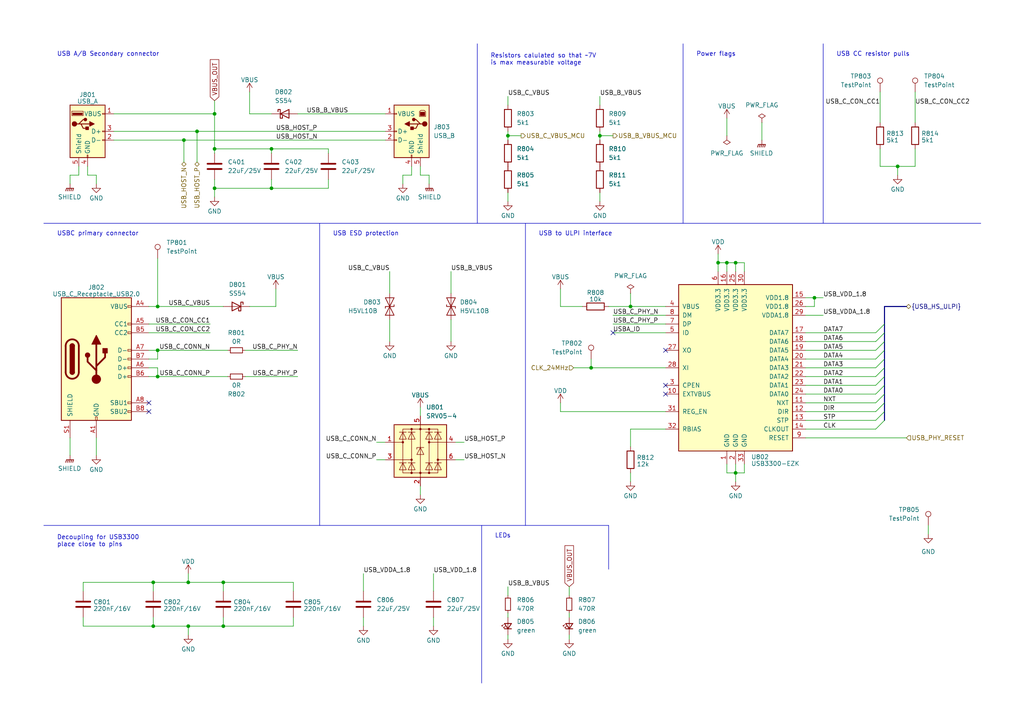
<source format=kicad_sch>
(kicad_sch (version 20230121) (generator eeschema)
  (paper "A4")
  (lib_symbols
    (symbol "Connector:TestPoint" (pin_numbers hide) (pin_names (offset 0.762) hide)
      (property "Reference" "TP" (at 0 6.858 0))
      (property "Value" "TestPoint" (at 0 5.08 0))
      (symbol "TestPoint_0_1"
        (circle (center 0 3.302) (radius 0.762))
      )
      (symbol "TestPoint_1_1"
        (pin passive line (at 0 0 90) (length 2.54) (name "1") (number "1"))
      )
    )
    (symbol "Connector:USB_A" (pin_names (offset 1.016))
      (property "Reference" "J" (at -5.08 11.43 0))
      (property "Value" "USB_A" (at -5.08 8.89 0))
      (symbol "USB_A_0_1"
        (rectangle (start -5.08 -7.62) (end 5.08 7.62) (stroke (width 0.254)) (fill (type background)))
        (circle (center -3.81 2.159) (radius 0.635) (stroke (width 0.254)) (fill (type outline)))
        (rectangle (start -1.524 4.826) (end -4.318 5.334) (fill (type outline)))
        (rectangle (start -1.27 4.572) (end -4.572 5.842))
        (circle (center -0.635 3.429) (radius 0.381) (stroke (width 0.254)) (fill (type outline)))
        (rectangle (start -0.127 -7.62) (end 0.127 -6.858))
        (polyline (pts (xy -3.175 2.159) (xy -2.54 2.159) (xy -1.27 3.429) (xy -0.635 3.429)) (stroke (width 0.254)))
        (polyline (pts (xy -2.54 2.159) (xy -1.905 2.159) (xy -1.27 0.889) (xy 0 0.889)) (stroke (width 0.254)))
        (polyline (pts (xy 0.635 2.794) (xy 0.635 1.524) (xy 1.905 2.159) (xy 0.635 2.794)) (stroke (width 0.254)) (fill (type outline)))
        (rectangle (start 0.254 1.27) (end -0.508 0.508) (stroke (width 0.254)) (fill (type outline)))
        (rectangle (start 5.08 -2.667) (end 4.318 -2.413))
        (rectangle (start 5.08 -0.127) (end 4.318 0.127))
        (rectangle (start 5.08 4.953) (end 4.318 5.207))
      )
      (symbol "USB_A_1_1"
        (polyline (pts (xy -1.905 2.159) (xy 0.635 2.159)) (stroke (width 0.254)))
        (pin power_in line (at 7.62 5.08 180) (length 2.54) (name "VBUS") (number "1"))
        (pin bidirectional line (at 7.62 -2.54 180) (length 2.54) (name "D-") (number "2"))
        (pin bidirectional line (at 7.62 0 180) (length 2.54) (name "D+") (number "3"))
        (pin power_in line (at 0 -10.16 90) (length 2.54) (name "GND") (number "4"))
        (pin passive line (at -2.54 -10.16 90) (length 2.54) (name "Shield") (number "5"))
      )
    )
    (symbol "Connector:USB_B" (pin_names (offset 1.016))
      (property "Reference" "J" (at -5.08 11.43 0))
      (property "Value" "USB_B" (at -5.08 8.89 0))
      (symbol "USB_B_0_1"
        (rectangle (start -5.08 -7.62) (end 5.08 7.62) (stroke (width 0.254)) (fill (type background)))
        (circle (center -3.81 2.159) (radius 0.635) (stroke (width 0.254)) (fill (type outline)))
        (rectangle (start -3.81 5.588) (end -2.54 4.572) (fill (type outline)))
        (circle (center -0.635 3.429) (radius 0.381) (stroke (width 0.254)) (fill (type outline)))
        (rectangle (start -0.127 -7.62) (end 0.127 -6.858))
        (polyline (pts (xy -1.905 2.159) (xy 0.635 2.159)) (stroke (width 0.254)))
        (polyline (pts (xy -3.175 2.159) (xy -2.54 2.159) (xy -1.27 3.429) (xy -0.635 3.429)) (stroke (width 0.254)))
        (polyline (pts (xy -2.54 2.159) (xy -1.905 2.159) (xy -1.27 0.889) (xy 0 0.889)) (stroke (width 0.254)))
        (polyline (pts (xy 0.635 2.794) (xy 0.635 1.524) (xy 1.905 2.159) (xy 0.635 2.794)) (stroke (width 0.254)) (fill (type outline)))
        (polyline (pts (xy -4.064 4.318) (xy -2.286 4.318) (xy -2.286 5.715) (xy -2.667 6.096) (xy -3.683 6.096) (xy -4.064 5.715) (xy -4.064 4.318)))
        (rectangle (start 0.254 1.27) (end -0.508 0.508) (stroke (width 0.254)) (fill (type outline)))
        (rectangle (start 5.08 -2.667) (end 4.318 -2.413))
        (rectangle (start 5.08 -0.127) (end 4.318 0.127))
        (rectangle (start 5.08 4.953) (end 4.318 5.207))
      )
      (symbol "USB_B_1_1"
        (pin power_out line (at 7.62 5.08 180) (length 2.54) (name "VBUS") (number "1"))
        (pin bidirectional line (at 7.62 -2.54 180) (length 2.54) (name "D-") (number "2"))
        (pin bidirectional line (at 7.62 0 180) (length 2.54) (name "D+") (number "3"))
        (pin power_out line (at 0 -10.16 90) (length 2.54) (name "GND") (number "4"))
        (pin passive line (at -2.54 -10.16 90) (length 2.54) (name "Shield") (number "5"))
      )
    )
    (symbol "Connector:USB_C_Receptacle_USB2.0_16P" (pin_names (offset 1.016))
      (property "Reference" "J" (at 0 22.225 0))
      (property "Value" "USB_C_Receptacle_USB2.0_16P" (at 0 19.685 0))
      (symbol "USB_C_Receptacle_USB2.0_16P_0_0"
        (rectangle (start -0.254 -17.78) (end 0.254 -16.764))
        (rectangle (start 10.16 -14.986) (end 9.144 -15.494))
        (rectangle (start 10.16 -12.446) (end 9.144 -12.954))
        (rectangle (start 10.16 -4.826) (end 9.144 -5.334))
        (rectangle (start 10.16 -2.286) (end 9.144 -2.794))
        (rectangle (start 10.16 0.254) (end 9.144 -0.254))
        (rectangle (start 10.16 2.794) (end 9.144 2.286))
        (rectangle (start 10.16 7.874) (end 9.144 7.366))
        (rectangle (start 10.16 10.414) (end 9.144 9.906))
        (rectangle (start 10.16 15.494) (end 9.144 14.986))
      )
      (symbol "USB_C_Receptacle_USB2.0_16P_0_1"
        (rectangle (start -10.16 17.78) (end 10.16 -17.78) (stroke (width 0.254)) (fill (type background)))
        (arc (start -8.89 -3.81) (mid -6.985 -5.7067) (end -5.08 -3.81) (stroke (width 0.508)))
        (arc (start -7.62 -3.81) (mid -6.985 -4.4423) (end -6.35 -3.81) (stroke (width 0.254)))
        (arc (start -7.62 -3.81) (mid -6.985 -4.4423) (end -6.35 -3.81) (stroke (width 0.254)) (fill (type outline)))
        (rectangle (start -7.62 -3.81) (end -6.35 3.81) (stroke (width 0.254)) (fill (type outline)))
        (arc (start -6.35 3.81) (mid -6.985 4.4423) (end -7.62 3.81) (stroke (width 0.254)))
        (arc (start -6.35 3.81) (mid -6.985 4.4423) (end -7.62 3.81) (stroke (width 0.254)) (fill (type outline)))
        (arc (start -5.08 3.81) (mid -6.985 5.7067) (end -8.89 3.81) (stroke (width 0.508)))
        (circle (center -2.54 1.143) (radius 0.635) (stroke (width 0.254)) (fill (type outline)))
        (circle (center 0 -5.842) (radius 1.27) (fill (type outline)))
        (polyline (pts (xy -8.89 -3.81) (xy -8.89 3.81)) (stroke (width 0.508)))
        (polyline (pts (xy -5.08 3.81) (xy -5.08 -3.81)) (stroke (width 0.508)))
        (polyline (pts (xy 0 -5.842) (xy 0 4.318)) (stroke (width 0.508)))
        (polyline (pts (xy 0 -3.302) (xy -2.54 -0.762) (xy -2.54 0.508)) (stroke (width 0.508)))
        (polyline (pts (xy 0 -2.032) (xy 2.54 0.508) (xy 2.54 1.778)) (stroke (width 0.508)))
        (polyline (pts (xy -1.27 4.318) (xy 0 6.858) (xy 1.27 4.318) (xy -1.27 4.318)) (stroke (width 0.254)) (fill (type outline)))
        (rectangle (start 1.905 1.778) (end 3.175 3.048) (stroke (width 0.254)) (fill (type outline)))
      )
      (symbol "USB_C_Receptacle_USB2.0_16P_1_1"
        (pin passive line (at 0 -22.86 90) (length 5.08) (name "GND") (number "A1"))
        (pin passive line (at 0 -22.86 90) (length 5.08) hide (name "GND") (number "A12"))
        (pin passive line (at 15.24 15.24 180) (length 5.08) (name "VBUS") (number "A4"))
        (pin bidirectional line (at 15.24 10.16 180) (length 5.08) (name "CC1") (number "A5"))
        (pin bidirectional line (at 15.24 -2.54 180) (length 5.08) (name "D+") (number "A6"))
        (pin bidirectional line (at 15.24 2.54 180) (length 5.08) (name "D-") (number "A7"))
        (pin bidirectional line (at 15.24 -12.7 180) (length 5.08) (name "SBU1") (number "A8"))
        (pin passive line (at 15.24 15.24 180) (length 5.08) hide (name "VBUS") (number "A9"))
        (pin passive line (at 0 -22.86 90) (length 5.08) hide (name "GND") (number "B1"))
        (pin passive line (at 0 -22.86 90) (length 5.08) hide (name "GND") (number "B12"))
        (pin passive line (at 15.24 15.24 180) (length 5.08) hide (name "VBUS") (number "B4"))
        (pin bidirectional line (at 15.24 7.62 180) (length 5.08) (name "CC2") (number "B5"))
        (pin bidirectional line (at 15.24 -5.08 180) (length 5.08) (name "D+") (number "B6"))
        (pin bidirectional line (at 15.24 0 180) (length 5.08) (name "D-") (number "B7"))
        (pin bidirectional line (at 15.24 -15.24 180) (length 5.08) (name "SBU2") (number "B8"))
        (pin passive line (at 15.24 15.24 180) (length 5.08) hide (name "VBUS") (number "B9"))
        (pin passive line (at -7.62 -22.86 90) (length 5.08) (name "SHIELD") (number "S1"))
      )
    )
    (symbol "Device:C" (pin_numbers hide) (pin_names (offset 0.254))
      (property "Reference" "C" (at 0.635 2.54 0))
      (property "Value" "C" (at 0.635 -2.54 0))
      (symbol "C_0_1"
        (polyline (pts (xy -2.032 -0.762) (xy 2.032 -0.762)) (stroke (width 0.508)))
        (polyline (pts (xy -2.032 0.762) (xy 2.032 0.762)) (stroke (width 0.508)))
      )
      (symbol "C_1_1"
        (pin passive line (at 0 3.81 270) (length 2.794) (name "~") (number "1"))
        (pin passive line (at 0 -3.81 90) (length 2.794) (name "~") (number "2"))
      )
    )
    (symbol "Device:D_Schottky" (pin_numbers hide) (pin_names (offset 1.016) hide)
      (property "Reference" "D" (at 0 2.54 0))
      (property "Value" "D_Schottky" (at 0 -2.54 0))
      (symbol "D_Schottky_0_1"
        (polyline (pts (xy 1.27 0) (xy -1.27 0)))
        (polyline (pts (xy 1.27 1.27) (xy 1.27 -1.27) (xy -1.27 0) (xy 1.27 1.27)) (stroke (width 0.254)))
        (polyline (pts (xy -1.905 0.635) (xy -1.905 1.27) (xy -1.27 1.27) (xy -1.27 -1.27) (xy -0.635 -1.27) (xy -0.635 -0.635)) (stroke (width 0.254)))
      )
      (symbol "D_Schottky_1_1"
        (pin passive line (at -3.81 0 0) (length 2.54) (name "K") (number "1"))
        (pin passive line (at 3.81 0 180) (length 2.54) (name "A") (number "2"))
      )
    )
    (symbol "Device:LED_Small" (pin_numbers hide) (pin_names (offset 0.254) hide)
      (property "Reference" "D" (at -1.27 3.175 0))
      (property "Value" "LED_Small" (at -4.445 -2.54 0))
      (symbol "LED_Small_0_1"
        (polyline (pts (xy -0.762 -1.016) (xy -0.762 1.016)) (stroke (width 0.254)))
        (polyline (pts (xy 1.016 0) (xy -0.762 0)))
        (polyline (pts (xy 0.762 -1.016) (xy -0.762 0) (xy 0.762 1.016) (xy 0.762 -1.016)) (stroke (width 0.254)))
        (polyline (pts (xy 0 0.762) (xy -0.508 1.27) (xy -0.254 1.27) (xy -0.508 1.27) (xy -0.508 1.016)))
        (polyline (pts (xy 0.508 1.27) (xy 0 1.778) (xy 0.254 1.778) (xy 0 1.778) (xy 0 1.524)))
      )
      (symbol "LED_Small_1_1"
        (pin passive line (at -2.54 0 0) (length 1.778) (name "K") (number "1"))
        (pin passive line (at 2.54 0 180) (length 1.778) (name "A") (number "2"))
      )
    )
    (symbol "Device:R" (pin_numbers hide) (pin_names (offset 0))
      (property "Reference" "R" (at 2.032 0 90))
      (property "Value" "R" (at 0 0 90))
      (symbol "R_0_1"
        (rectangle (start -1.016 -2.54) (end 1.016 2.54) (stroke (width 0.254)))
      )
      (symbol "R_1_1"
        (pin passive line (at 0 3.81 270) (length 1.27) (name "~") (number "1"))
        (pin passive line (at 0 -3.81 90) (length 1.27) (name "~") (number "2"))
      )
    )
    (symbol "Device:R_Small" (pin_numbers hide) (pin_names (offset 0.254) hide)
      (property "Reference" "R" (at 0.762 0.508 0))
      (property "Value" "R_Small" (at 0.762 -1.016 0))
      (symbol "R_Small_0_1"
        (rectangle (start -0.762 1.778) (end 0.762 -1.778) (stroke (width 0.2032)))
      )
      (symbol "R_Small_1_1"
        (pin passive line (at 0 2.54 270) (length 0.762) (name "~") (number "1"))
        (pin passive line (at 0 -2.54 90) (length 0.762) (name "~") (number "2"))
      )
    )
    (symbol "Diode:ESD9B5.0ST5G" (pin_numbers hide) (pin_names (offset 1.016) hide)
      (property "Reference" "D" (at 0 2.54 0))
      (property "Value" "ESD9B5.0ST5G" (at 0 -2.54 0))
      (symbol "ESD9B5.0ST5G_0_1"
        (polyline (pts (xy 1.27 0) (xy -1.27 0)))
        (polyline (pts (xy -2.54 -1.27) (xy 0 0) (xy -2.54 1.27) (xy -2.54 -1.27)) (stroke (width 0.2032)))
        (polyline (pts (xy 0.508 1.27) (xy 0 1.27) (xy 0 -1.27) (xy -0.508 -1.27)) (stroke (width 0.2032)))
        (polyline (pts (xy 2.54 1.27) (xy 2.54 -1.27) (xy 0 0) (xy 2.54 1.27)) (stroke (width 0.2032)))
      )
      (symbol "ESD9B5.0ST5G_1_1"
        (pin passive line (at -3.81 0 0) (length 2.54) (name "A1") (number "1"))
        (pin passive line (at 3.81 0 180) (length 2.54) (name "A2") (number "2"))
      )
    )
    (symbol "Interface_USB:USB3300-EZK" (pin_names (offset 1.016))
      (property "Reference" "U" (at 0 1.27 0))
      (property "Value" "USB3300-EZK" (at 0 -1.27 0))
      (symbol "USB3300-EZK_0_1"
        (rectangle (start 16.51 -24.13) (end -16.51 24.13) (stroke (width 0.254)) (fill (type background)))
      )
      (symbol "USB3300-EZK_1_1"
        (pin power_in line (at -2.54 -27.94 90) (length 3.81) (name "GND") (number "1"))
        (pin input line (at -20.32 -7.62 0) (length 3.81) (name "EXTVBUS") (number "10"))
        (pin output line (at 20.32 -10.16 180) (length 3.81) (name "NXT") (number "11"))
        (pin output line (at 20.32 -12.7 180) (length 3.81) (name "DIR") (number "12"))
        (pin input line (at 20.32 -15.24 180) (length 3.81) (name "STP") (number "13"))
        (pin output line (at 20.32 -17.78 180) (length 3.81) (name "CLKOUT") (number "14"))
        (pin power_out line (at 20.32 20.32 180) (length 3.81) (name "VDD1.8") (number "15"))
        (pin power_in line (at -2.54 27.94 270) (length 3.81) (name "VDD3.3") (number "16"))
        (pin bidirectional line (at 20.32 10.16 180) (length 3.81) (name "DATA7") (number "17"))
        (pin bidirectional line (at 20.32 7.62 180) (length 3.81) (name "DATA6") (number "18"))
        (pin bidirectional line (at 20.32 5.08 180) (length 3.81) (name "DATA5") (number "19"))
        (pin power_in line (at 0 -27.94 90) (length 3.81) (name "GND") (number "2"))
        (pin bidirectional line (at 20.32 2.54 180) (length 3.81) (name "DATA4") (number "20"))
        (pin bidirectional line (at 20.32 0 180) (length 3.81) (name "DATA3") (number "21"))
        (pin bidirectional line (at 20.32 -2.54 180) (length 3.81) (name "DATA2") (number "22"))
        (pin bidirectional line (at 20.32 -5.08 180) (length 3.81) (name "DATA1") (number "23"))
        (pin bidirectional line (at 20.32 -7.62 180) (length 3.81) (name "DATA0") (number "24"))
        (pin power_in line (at 0 27.94 270) (length 3.81) (name "VDD3.3") (number "25"))
        (pin power_out line (at 20.32 17.78 180) (length 3.81) (name "VDD1.8") (number "26"))
        (pin output line (at -20.32 5.08 0) (length 3.81) (name "XO") (number "27"))
        (pin input line (at -20.32 0 0) (length 3.81) (name "XI") (number "28"))
        (pin power_out line (at 20.32 15.24 180) (length 3.81) (name "VDDA1.8") (number "29"))
        (pin output line (at -20.32 -5.08 0) (length 3.81) (name "CPEN") (number "3"))
        (pin power_in line (at 2.54 27.94 270) (length 3.81) (name "VDD3.3") (number "30"))
        (pin bidirectional line (at -20.32 -12.7 0) (length 3.81) (name "REG_EN") (number "31"))
        (pin passive line (at -20.32 -17.78 0) (length 3.81) (name "RBIAS") (number "32"))
        (pin power_in line (at 2.54 -27.94 90) (length 3.81) (name "GND") (number "33"))
        (pin power_in line (at -20.32 17.78 0) (length 3.81) (name "VBUS") (number "4"))
        (pin input line (at -20.32 10.16 0) (length 3.81) (name "ID") (number "5"))
        (pin power_in line (at -5.08 27.94 270) (length 3.81) (name "VDD3.3") (number "6"))
        (pin bidirectional line (at -20.32 12.7 0) (length 3.81) (name "DP") (number "7"))
        (pin bidirectional line (at -20.32 15.24 0) (length 3.81) (name "DM") (number "8"))
        (pin input line (at 20.32 -20.32 180) (length 3.81) (name "RESET") (number "9"))
      )
    )
    (symbol "Power_Protection:USBLC6-4SC6" (pin_names hide)
      (property "Reference" "U" (at 2.54 8.89 0))
      (property "Value" "USBLC6-4SC6" (at 2.54 -8.89 0))
      (symbol "USBLC6-4SC6_0_1"
        (rectangle (start -7.62 -7.62) (end 7.62 7.62) (stroke (width 0.254)) (fill (type background)))
        (circle (center -5.08 2.54) (radius 0.254) (fill (type outline)))
        (circle (center -2.54 -6.35) (radius 0.254) (fill (type outline)))
        (circle (center -2.54 -2.54) (radius 0.254) (fill (type outline)))
        (circle (center -2.54 6.35) (radius 0.254) (fill (type outline)))
        (rectangle (start -2.54 6.35) (end 2.54 -6.35))
        (circle (center 0 -6.35) (radius 0.254) (fill (type outline)))
        (polyline (pts (xy -5.08 2.54) (xy -7.62 2.54)))
        (polyline (pts (xy -4.064 -3.429) (xy -6.096 -3.429)))
        (polyline (pts (xy -4.064 5.461) (xy -6.096 5.461)))
        (polyline (pts (xy -2.54 -2.54) (xy -7.62 -2.54)))
        (polyline (pts (xy -1.524 -3.429) (xy -3.556 -3.429)))
        (polyline (pts (xy -1.524 5.461) (xy -3.556 5.461)))
        (polyline (pts (xy 0 -7.62) (xy 0 -6.35)))
        (polyline (pts (xy 0 -6.35) (xy 0 1.27)))
        (polyline (pts (xy 0 1.27) (xy 0 6.35)))
        (polyline (pts (xy 0 6.35) (xy 0 7.62)))
        (polyline (pts (xy 1.524 -3.429) (xy 3.556 -3.429)))
        (polyline (pts (xy 1.524 5.461) (xy 3.556 5.461)))
        (polyline (pts (xy 2.54 2.54) (xy 7.62 2.54)))
        (polyline (pts (xy 4.064 -3.429) (xy 6.096 -3.429)))
        (polyline (pts (xy 4.064 5.461) (xy 6.096 5.461)))
        (polyline (pts (xy 5.08 -2.54) (xy 7.62 -2.54)))
        (polyline (pts (xy -6.096 -5.461) (xy -4.064 -5.461) (xy -5.08 -3.429) (xy -6.096 -5.461)))
        (polyline (pts (xy -6.096 3.429) (xy -4.064 3.429) (xy -5.08 5.461) (xy -6.096 3.429)))
        (polyline (pts (xy -3.556 -5.461) (xy -1.524 -5.461) (xy -2.54 -3.429) (xy -3.556 -5.461)))
        (polyline (pts (xy -3.556 3.429) (xy -1.524 3.429) (xy -2.54 5.461) (xy -3.556 3.429)))
        (polyline (pts (xy -2.54 6.35) (xy -5.08 6.35) (xy -5.08 -6.35) (xy -2.54 -6.35)))
        (polyline (pts (xy -1.016 -1.016) (xy 1.016 -1.016) (xy 0 1.016) (xy -1.016 -1.016)))
        (polyline (pts (xy 1.016 1.016) (xy 0.762 1.016) (xy -1.016 1.016) (xy -1.016 0.508)))
        (polyline (pts (xy 2.54 6.35) (xy 5.08 6.35) (xy 5.08 -6.35) (xy 2.54 -6.35)))
        (polyline (pts (xy 3.556 -5.461) (xy 1.524 -5.461) (xy 2.54 -3.429) (xy 3.556 -5.461)))
        (polyline (pts (xy 3.556 3.429) (xy 1.524 3.429) (xy 2.54 5.461) (xy 3.556 3.429)))
        (polyline (pts (xy 6.096 -5.461) (xy 4.064 -5.461) (xy 5.08 -3.429) (xy 6.096 -5.461)))
        (polyline (pts (xy 6.096 3.429) (xy 4.064 3.429) (xy 5.08 5.461) (xy 6.096 3.429)))
        (circle (center 0 6.35) (radius 0.254) (fill (type outline)))
        (circle (center 2.54 -6.35) (radius 0.254) (fill (type outline)))
        (circle (center 2.54 2.54) (radius 0.254) (fill (type outline)))
        (circle (center 2.54 6.35) (radius 0.254) (fill (type outline)))
        (circle (center 5.08 -2.54) (radius 0.254) (fill (type outline)))
      )
      (symbol "USBLC6-4SC6_1_1"
        (pin passive line (at -10.16 2.54 0) (length 2.54) (name "I/O1") (number "1"))
        (pin passive line (at 0 -10.16 90) (length 2.54) (name "GND") (number "2"))
        (pin passive line (at -10.16 -2.54 0) (length 2.54) (name "I/O2") (number "3"))
        (pin passive line (at 10.16 2.54 180) (length 2.54) (name "I/O3") (number "4"))
        (pin passive line (at 0 10.16 270) (length 2.54) (name "VBUS") (number "5"))
        (pin passive line (at 10.16 -2.54 180) (length 2.54) (name "I/O4") (number "6"))
      )
    )
    (symbol "Skrooter_symbols:SHIELD" (power) (pin_names (offset 0))
      (property "Value" "SHIELD" (at 0 -3.302 0))
      (symbol "SHIELD_0_1"
        (polyline (pts (xy 0 -1.27) (xy 0 0)))
        (polyline (pts (xy -1.016 -1.27) (xy -1.27 -2.032) (xy -1.27 -2.032)) (stroke (width 0.2032)))
        (polyline (pts (xy -0.508 -1.27) (xy -0.762 -2.032) (xy -0.762 -2.032)) (stroke (width 0.2032)))
        (polyline (pts (xy 0 -1.27) (xy -0.254 -2.032) (xy -0.254 -2.032)) (stroke (width 0.2032)))
        (polyline (pts (xy 0.508 -1.27) (xy 0.254 -2.032) (xy 0.254 -2.032)) (stroke (width 0.2032)))
        (polyline (pts (xy 1.016 -1.27) (xy -1.016 -1.27) (xy -1.016 -1.27)) (stroke (width 0.2032)))
        (polyline (pts (xy 1.016 -1.27) (xy 0.762 -2.032) (xy 0.762 -2.032) (xy 0.762 -2.032)) (stroke (width 0.2032)))
      )
      (symbol "SHIELD_1_1"
        (pin power_in line (at 0 0 270) (length 0) hide (name "SHIELD") (number "1"))
      )
    )
    (symbol "power:GND" (power) (pin_names (offset 0))
      (property "Value" "GND" (at 0 -3.81 0))
      (symbol "GND_0_1"
        (polyline (pts (xy 0 0) (xy 0 -1.27) (xy 1.27 -1.27) (xy 0 -2.54) (xy -1.27 -1.27) (xy 0 -1.27)))
      )
      (symbol "GND_1_1"
        (pin power_in line (at 0 0 270) (length 0) hide (name "GND") (number "1"))
      )
    )
    (symbol "power:PWR_FLAG" (power) (pin_numbers hide) (pin_names (offset 0) hide)
      (property "Value" "PWR_FLAG" (at 0 3.81 0))
      (symbol "PWR_FLAG_0_0"
        (pin power_out line (at 0 0 90) (length 0) (name "pwr") (number "1"))
      )
      (symbol "PWR_FLAG_0_1"
        (polyline (pts (xy 0 0) (xy 0 1.27) (xy -1.016 1.905) (xy 0 2.54) (xy 1.016 1.905) (xy 0 1.27)))
      )
    )
    (symbol "power:VBUS" (power) (pin_names (offset 0))
      (property "Value" "VBUS" (at 0 3.81 0))
      (symbol "VBUS_0_1"
        (polyline (pts (xy -0.762 1.27) (xy 0 2.54)))
        (polyline (pts (xy 0 0) (xy 0 2.54)))
        (polyline (pts (xy 0 2.54) (xy 0.762 1.27)))
      )
      (symbol "VBUS_1_1"
        (pin power_in line (at 0 0 90) (length 0) hide (name "VBUS") (number "1"))
      )
    )
    (symbol "power:VDD" (power) (pin_names (offset 0))
      (property "Value" "VDD" (at 0 3.81 0))
      (symbol "VDD_0_1"
        (polyline (pts (xy -0.762 1.27) (xy 0 2.54)))
        (polyline (pts (xy 0 0) (xy 0 2.54)))
        (polyline (pts (xy 0 2.54) (xy 0.762 1.27)))
      )
      (symbol "VDD_1_1"
        (pin power_in line (at 0 0 90) (length 0) hide (name "VDD") (number "1"))
      )
    )
  )
  (junction (at 54.61 168.91))
  (junction (at 53.34 40.64))
  (junction (at 45.72 109.22))
  (junction (at 57.15 38.1))
  (junction (at 236.22 86.36))
  (junction (at 64.77 168.91))
  (junction (at 213.36 137.16))
  (junction (at 171.45 106.68))
  (junction (at 45.72 101.6))
  (junction (at 62.23 33.02))
  (junction (at 260.35 48.26))
  (junction (at 44.45 181.61))
  (junction (at 62.23 43.18))
  (junction (at 62.23 54.61))
  (junction (at 147.32 39.37))
  (junction (at 173.99 39.37))
  (junction (at 208.28 76.2))
  (junction (at 44.45 168.91))
  (junction (at 182.88 88.9))
  (junction (at 64.77 181.61))
  (junction (at 78.74 43.18))
  (junction (at 210.82 76.2))
  (junction (at 78.74 54.61))
  (junction (at 45.72 88.9))
  (junction (at 213.36 76.2))
  (junction (at 54.61 181.61))
  (no_connect (at 43.18 116.84))
  (no_connect (at 193.04 114.3))
  (no_connect (at 193.04 101.6))
  (no_connect (at 43.18 119.38))
  (no_connect (at 193.04 111.76))
  (no_connect (at 177.8 96.52))
  (bus_entry (at 254 111.76) (size 2.54 -2.54))
  (bus_entry (at 254 116.84) (size 2.54 -2.54))
  (bus_entry (at 254 114.3) (size 2.54 -2.54))
  (bus_entry (at 254 121.92) (size 2.54 -2.54))
  (bus_entry (at 254 119.38) (size 2.54 -2.54))
  (bus_entry (at 254 109.22) (size 2.54 -2.54))
  (bus_entry (at 254 101.6) (size 2.54 -2.54))
  (bus_entry (at 254 99.06) (size 2.54 -2.54))
  (bus_entry (at 254 124.46) (size 2.54 -2.54))
  (bus_entry (at 254 96.52) (size 2.54 -2.54))
  (bus_entry (at 254 104.14) (size 2.54 -2.54))
  (bus_entry (at 254 106.68) (size 2.54 -2.54))
  (wire (pts (xy 265.43 43.18) (xy 265.43 48.26)))
  (wire (pts (xy 33.02 33.02) (xy 62.23 33.02)))
  (wire (pts (xy 72.39 26.67) (xy 72.39 33.02)))
  (wire (pts (xy 130.81 92.71) (xy 130.81 99.06)))
  (wire (pts (xy 95.25 52.07) (xy 95.25 54.61)))
  (wire (pts (xy 85.09 168.91) (xy 64.77 168.91)))
  (wire (pts (xy 147.32 40.64) (xy 147.32 39.37)))
  (wire (pts (xy 57.15 38.1) (xy 111.76 38.1)))
  (wire (pts (xy 105.41 166.37) (xy 105.41 171.45)))
  (wire (pts (xy 182.88 88.9) (xy 193.04 88.9)))
  (wire (pts (xy 43.18 88.9) (xy 45.72 88.9)))
  (wire (pts (xy 45.72 106.68) (xy 45.72 109.22)))
  (wire (pts (xy 43.18 101.6) (xy 45.72 101.6)))
  (bus (pts (xy 256.54 104.14) (xy 256.54 101.6)))
  (wire (pts (xy 233.68 114.3) (xy 254 114.3)))
  (wire (pts (xy 210.82 76.2) (xy 210.82 78.74)))
  (wire (pts (xy 220.98 35.56) (xy 220.98 40.64)))
  (wire (pts (xy 233.68 109.22) (xy 254 109.22)))
  (wire (pts (xy 147.32 170.18) (xy 147.32 172.72)))
  (wire (pts (xy 20.32 50.8) (xy 20.32 53.34)))
  (bus (pts (xy 256.54 116.84) (xy 256.54 114.3)))
  (polyline (pts (xy 238.76 12.7) (xy 238.76 64.77)))
  (bus (pts (xy 256.54 109.22) (xy 256.54 106.68)))
  (wire (pts (xy 121.92 140.97) (xy 121.92 143.51)))
  (wire (pts (xy 233.68 86.36) (xy 236.22 86.36)))
  (wire (pts (xy 173.99 39.37) (xy 173.99 38.1)))
  (wire (pts (xy 71.12 101.6) (xy 86.36 101.6)))
  (bus (pts (xy 256.54 121.92) (xy 256.54 119.38)))
  (wire (pts (xy 45.72 88.9) (xy 64.77 88.9)))
  (wire (pts (xy 53.34 40.64) (xy 33.02 40.64)))
  (wire (pts (xy 176.53 88.9) (xy 182.88 88.9)))
  (wire (pts (xy 125.73 179.07) (xy 125.73 181.61)))
  (wire (pts (xy 233.68 88.9) (xy 236.22 88.9)))
  (wire (pts (xy 78.74 54.61) (xy 62.23 54.61)))
  (wire (pts (xy 213.36 134.62) (xy 213.36 137.16)))
  (polyline (pts (xy 138.43 12.7) (xy 138.43 64.77)))
  (wire (pts (xy 24.13 179.07) (xy 24.13 181.61)))
  (wire (pts (xy 85.09 181.61) (xy 64.77 181.61)))
  (wire (pts (xy 255.27 26.67) (xy 255.27 35.56)))
  (wire (pts (xy 27.94 127) (xy 27.94 132.08)))
  (wire (pts (xy 64.77 179.07) (xy 64.77 181.61)))
  (wire (pts (xy 54.61 181.61) (xy 54.61 184.15)))
  (wire (pts (xy 60.96 93.98) (xy 43.18 93.98)))
  (wire (pts (xy 147.32 27.94) (xy 147.32 30.48)))
  (polyline (pts (xy 12.7 64.77) (xy 138.43 64.77)))
  (wire (pts (xy 215.9 137.16) (xy 215.9 134.62)))
  (wire (pts (xy 43.18 104.14) (xy 45.72 104.14)))
  (polyline (pts (xy 12.7 152.4) (xy 176.53 152.4)))
  (wire (pts (xy 173.99 55.88) (xy 173.99 58.42)))
  (wire (pts (xy 27.94 50.8) (xy 27.94 53.34)))
  (wire (pts (xy 62.23 52.07) (xy 62.23 54.61)))
  (wire (pts (xy 210.82 137.16) (xy 210.82 134.62)))
  (polyline (pts (xy 152.4 64.77) (xy 152.4 152.4)))
  (wire (pts (xy 62.23 29.21) (xy 62.23 33.02)))
  (wire (pts (xy 25.4 50.8) (xy 25.4 48.26)))
  (wire (pts (xy 173.99 39.37) (xy 177.8 39.37)))
  (wire (pts (xy 62.23 57.15) (xy 62.23 54.61)))
  (wire (pts (xy 210.82 39.37) (xy 210.82 34.29)))
  (wire (pts (xy 233.68 119.38) (xy 254 119.38)))
  (bus (pts (xy 256.54 114.3) (xy 256.54 111.76)))
  (polyline (pts (xy 139.7 152.4) (xy 139.7 198.12)))
  (wire (pts (xy 20.32 50.8) (xy 22.86 50.8)))
  (wire (pts (xy 54.61 166.37) (xy 54.61 168.91)))
  (wire (pts (xy 109.22 133.35) (xy 111.76 133.35)))
  (wire (pts (xy 260.35 48.26) (xy 260.35 50.8)))
  (wire (pts (xy 177.8 96.52) (xy 193.04 96.52)))
  (wire (pts (xy 85.09 171.45) (xy 85.09 168.91)))
  (wire (pts (xy 71.12 109.22) (xy 86.36 109.22)))
  (wire (pts (xy 233.68 127) (xy 262.89 127)))
  (wire (pts (xy 105.41 179.07) (xy 105.41 181.61)))
  (wire (pts (xy 269.24 154.94) (xy 269.24 152.4)))
  (wire (pts (xy 64.77 171.45) (xy 64.77 168.91)))
  (wire (pts (xy 147.32 39.37) (xy 151.13 39.37)))
  (polyline (pts (xy 138.43 64.77) (xy 198.12 64.77)))
  (wire (pts (xy 171.45 104.14) (xy 171.45 106.68)))
  (wire (pts (xy 45.72 104.14) (xy 45.72 101.6)))
  (wire (pts (xy 208.28 76.2) (xy 210.82 76.2)))
  (polyline (pts (xy 176.53 152.4) (xy 176.53 165.1)))
  (wire (pts (xy 210.82 76.2) (xy 213.36 76.2)))
  (wire (pts (xy 27.94 50.8) (xy 25.4 50.8)))
  (wire (pts (xy 62.23 33.02) (xy 62.23 43.18)))
  (polyline (pts (xy 198.12 64.77) (xy 284.48 64.77)))
  (wire (pts (xy 130.81 78.74) (xy 130.81 85.09)))
  (bus (pts (xy 256.54 96.52) (xy 256.54 93.98)))
  (wire (pts (xy 62.23 43.18) (xy 78.74 43.18)))
  (wire (pts (xy 168.91 88.9) (xy 162.56 88.9)))
  (wire (pts (xy 85.09 179.07) (xy 85.09 181.61)))
  (wire (pts (xy 213.36 137.16) (xy 213.36 139.7)))
  (wire (pts (xy 44.45 179.07) (xy 44.45 181.61)))
  (wire (pts (xy 119.38 50.8) (xy 119.38 48.26)))
  (wire (pts (xy 165.1 179.07) (xy 165.1 177.8)))
  (wire (pts (xy 95.25 43.18) (xy 95.25 44.45)))
  (wire (pts (xy 147.32 55.88) (xy 147.32 58.42)))
  (wire (pts (xy 177.8 91.44) (xy 193.04 91.44)))
  (wire (pts (xy 54.61 168.91) (xy 64.77 168.91)))
  (wire (pts (xy 95.25 54.61) (xy 78.74 54.61)))
  (wire (pts (xy 213.36 137.16) (xy 215.9 137.16)))
  (bus (pts (xy 256.54 111.76) (xy 256.54 109.22)))
  (wire (pts (xy 60.96 96.52) (xy 43.18 96.52)))
  (wire (pts (xy 236.22 86.36) (xy 238.76 86.36)))
  (wire (pts (xy 78.74 43.18) (xy 95.25 43.18)))
  (wire (pts (xy 113.03 92.71) (xy 113.03 99.06)))
  (wire (pts (xy 24.13 168.91) (xy 44.45 168.91)))
  (wire (pts (xy 233.68 106.68) (xy 254 106.68)))
  (wire (pts (xy 53.34 40.64) (xy 111.76 40.64)))
  (wire (pts (xy 78.74 52.07) (xy 78.74 54.61)))
  (wire (pts (xy 54.61 181.61) (xy 64.77 181.61)))
  (wire (pts (xy 236.22 86.36) (xy 236.22 88.9)))
  (wire (pts (xy 182.88 137.16) (xy 182.88 139.7)))
  (wire (pts (xy 45.72 109.22) (xy 66.04 109.22)))
  (wire (pts (xy 44.45 168.91) (xy 44.45 171.45)))
  (wire (pts (xy 147.32 184.15) (xy 147.32 185.42)))
  (wire (pts (xy 162.56 119.38) (xy 193.04 119.38)))
  (wire (pts (xy 54.61 181.61) (xy 44.45 181.61)))
  (bus (pts (xy 256.54 119.38) (xy 256.54 116.84)))
  (wire (pts (xy 233.68 99.06) (xy 254 99.06)))
  (wire (pts (xy 173.99 40.64) (xy 173.99 39.37)))
  (wire (pts (xy 165.1 184.15) (xy 165.1 185.42)))
  (wire (pts (xy 113.03 78.74) (xy 113.03 85.09)))
  (wire (pts (xy 20.32 127) (xy 20.32 132.08)))
  (wire (pts (xy 233.68 121.92) (xy 254 121.92)))
  (wire (pts (xy 132.08 128.27) (xy 134.62 128.27)))
  (bus (pts (xy 256.54 88.9) (xy 262.89 88.9)))
  (polyline (pts (xy 92.71 64.77) (xy 92.71 152.4)))
  (wire (pts (xy 233.68 124.46) (xy 254 124.46)))
  (wire (pts (xy 121.92 118.11) (xy 121.92 120.65)))
  (wire (pts (xy 193.04 124.46) (xy 182.88 124.46)))
  (wire (pts (xy 213.36 76.2) (xy 215.9 76.2)))
  (wire (pts (xy 208.28 76.2) (xy 208.28 78.74)))
  (wire (pts (xy 57.15 46.99) (xy 57.15 38.1)))
  (wire (pts (xy 72.39 33.02) (xy 78.74 33.02)))
  (wire (pts (xy 171.45 106.68) (xy 193.04 106.68)))
  (bus (pts (xy 256.54 106.68) (xy 256.54 104.14)))
  (wire (pts (xy 233.68 104.14) (xy 254 104.14)))
  (wire (pts (xy 208.28 73.66) (xy 208.28 76.2)))
  (bus (pts (xy 256.54 101.6) (xy 256.54 99.06)))
  (wire (pts (xy 45.72 101.6) (xy 66.04 101.6)))
  (wire (pts (xy 43.18 106.68) (xy 45.72 106.68)))
  (wire (pts (xy 24.13 181.61) (xy 44.45 181.61)))
  (wire (pts (xy 116.84 50.8) (xy 116.84 53.34)))
  (wire (pts (xy 116.84 50.8) (xy 119.38 50.8)))
  (wire (pts (xy 165.1 170.18) (xy 165.1 172.72)))
  (wire (pts (xy 233.68 101.6) (xy 254 101.6)))
  (wire (pts (xy 213.36 137.16) (xy 210.82 137.16)))
  (wire (pts (xy 53.34 46.99) (xy 53.34 40.64)))
  (wire (pts (xy 255.27 48.26) (xy 260.35 48.26)))
  (wire (pts (xy 62.23 43.18) (xy 62.23 44.45)))
  (bus (pts (xy 256.54 93.98) (xy 256.54 88.9)))
  (wire (pts (xy 78.74 43.18) (xy 78.74 44.45)))
  (wire (pts (xy 54.61 168.91) (xy 44.45 168.91)))
  (wire (pts (xy 213.36 76.2) (xy 213.36 78.74)))
  (wire (pts (xy 233.68 96.52) (xy 254 96.52)))
  (wire (pts (xy 147.32 179.07) (xy 147.32 177.8)))
  (wire (pts (xy 109.22 128.27) (xy 111.76 128.27)))
  (wire (pts (xy 45.72 74.93) (xy 45.72 88.9)))
  (polyline (pts (xy 198.12 12.7) (xy 198.12 64.77)))
  (wire (pts (xy 86.36 33.02) (xy 111.76 33.02)))
  (wire (pts (xy 80.01 83.82) (xy 80.01 88.9)))
  (wire (pts (xy 22.86 50.8) (xy 22.86 48.26)))
  (wire (pts (xy 124.46 50.8) (xy 124.46 53.34)))
  (wire (pts (xy 182.88 85.09) (xy 182.88 88.9)))
  (wire (pts (xy 80.01 88.9) (xy 72.39 88.9)))
  (wire (pts (xy 255.27 43.18) (xy 255.27 48.26)))
  (wire (pts (xy 147.32 39.37) (xy 147.32 38.1)))
  (wire (pts (xy 24.13 171.45) (xy 24.13 168.91)))
  (wire (pts (xy 125.73 166.37) (xy 125.73 171.45)))
  (wire (pts (xy 265.43 26.67) (xy 265.43 35.56)))
  (wire (pts (xy 162.56 83.82) (xy 162.56 88.9)))
  (wire (pts (xy 233.68 116.84) (xy 254 116.84)))
  (wire (pts (xy 43.18 109.22) (xy 45.72 109.22)))
  (bus (pts (xy 256.54 99.06) (xy 256.54 96.52)))
  (wire (pts (xy 233.68 111.76) (xy 254 111.76)))
  (wire (pts (xy 215.9 76.2) (xy 215.9 78.74)))
  (wire (pts (xy 173.99 27.94) (xy 173.99 30.48)))
  (wire (pts (xy 166.37 106.68) (xy 171.45 106.68)))
  (wire (pts (xy 260.35 48.26) (xy 265.43 48.26)))
  (wire (pts (xy 132.08 133.35) (xy 134.62 133.35)))
  (wire (pts (xy 57.15 38.1) (xy 33.02 38.1)))
  (wire (pts (xy 233.68 91.44) (xy 238.76 91.44)))
  (wire (pts (xy 121.92 50.8) (xy 121.92 48.26)))
  (wire (pts (xy 162.56 116.84) (xy 162.56 119.38)))
  (wire (pts (xy 124.46 50.8) (xy 121.92 50.8)))
  (wire (pts (xy 182.88 124.46) (xy 182.88 129.54)))
  (wire (pts (xy 193.04 93.98) (xy 177.8 93.98)))
  (text "USB CC resistor pulls" (at 242.57 16.51 0) (effects (font (size 1.27 1.27)) (justify left bottom)))
  (text "Decoupling for USB3300\nplace close to pins" (at 16.51 158.75 0) (effects (font (size 1.27 1.27)) (justify left bottom)))
  (text "LEDs" (at 143.51 156.21 0) (effects (font (size 1.27 1.27)) (justify left bottom)))
  (text "USB A/B Secondary connector" (at 16.51 16.51 0) (effects (font (size 1.27 1.27)) (justify left bottom)))
  (text "USB ESD protection" (at 96.52 68.58 0) (effects (font (size 1.27 1.27)) (justify left bottom)))
  (text "Power flags" (at 201.93 16.51 0) (effects (font (size 1.27 1.27)) (justify left bottom)))
  (text "USBC primary connector" (at 16.51 68.58 0) (effects (font (size 1.27 1.27)) (justify left bottom)))
  (text "USB to ULPI interface" (at 156.21 68.58 0) (effects (font (size 1.27 1.27)) (justify left bottom)))
  (text "Resistors calulated so that ~7V \nis max measurable voltage" (at 142.24 19.05 0) (effects (font (size 1.27 1.27)) (justify left bottom)))
  (label "USBA_ID" (at 177.8 96.52 0))
  (label "DATA2" (at 238.76 109.22 0))
  (label "USB_C_PHY_N" (at 86.36 101.6 180))
  (label "USB_C_VBUS" (at 60.96 88.9 180))
  (label "DIR" (at 238.76 119.38 0))
  (label "USB_HOST_P" (at 80.01 38.1 0))
  (label "USB_VDD_1.8" (at 238.76 86.36 0))
  (label "USB_C_PHY_P" (at 177.8 93.98 0))
  (label "USB_C_CONN_P" (at 109.22 133.35 180))
  (label "STP" (at 238.76 121.92 0))
  (label "USB_HOST_P" (at 134.62 128.27 0))
  (label "USB_C_PHY_P" (at 86.36 109.22 180))
  (label "CLK" (at 238.76 124.46 0))
  (label "DATA1" (at 238.76 111.76 0))
  (label "DATA7" (at 238.76 96.52 0))
  (label "USB_HOST_N" (at 134.62 133.35 0))
  (label "DATA6" (at 238.76 99.06 0))
  (label "USB_C_VBUS" (at 113.03 78.74 180))
  (label "DATA4" (at 238.76 104.14 0))
  (label "USB_C_CON_CC1" (at 255.27 30.48 180))
  (label "USB_C_CON_CC2" (at 60.96 96.52 180))
  (label "USB_C_CONN_N" (at 109.22 128.27 180))
  (label "DATA3" (at 238.76 106.68 0))
  (label "USB_C_CON_CC1" (at 60.96 93.98 180))
  (label "DATA0" (at 238.76 114.3 0))
  (label "USB_VDDA_1.8" (at 105.41 166.37 0))
  (label "USB_B_VBUS" (at 147.32 170.18 0))
  (label "USB_C_CONN_N" (at 60.96 101.6 180))
  (label "USB_B_VBUS" (at 88.9 33.02 0))
  (label "USB_VDDA_1.8" (at 238.76 91.44 0))
  (label "DATA5" (at 238.76 101.6 0))
  (label "USB_B_VBUS" (at 173.99 27.94 0))
  (label "USB_C_VBUS" (at 147.32 27.94 0))
  (label "NXT" (at 238.76 116.84 0))
  (label "USB_C_CONN_P" (at 60.96 109.22 180))
  (label "USB_C_CON_CC2" (at 265.43 30.48 0))
  (label "USB_VDD_1.8" (at 125.73 166.37 0))
  (label "USB_B_VBUS" (at 130.81 78.74 0))
  (label "USB_HOST_N" (at 80.01 40.64 0))
  (label "USB_C_PHY_N" (at 177.8 91.44 0))
  (global_label "VBUS_OUT" (shape input) (at 165.1 170.18 90) (property "Intersheetrefs" "${INTERSHEET_REFS}" (effects hide)))
  (global_label "VBUS_OUT" (shape input) (at 62.23 29.21 90) (property "Intersheetrefs" "${INTERSHEET_REFS}" (effects hide)))
  (hierarchical_label "USB_C_VBUS_MCU" (shape output) (at 151.13 39.37 0))
  (hierarchical_label "USB_B_VBUS_MCU" (shape output) (at 177.8 39.37 0))
  (hierarchical_label "USB_PHY_RESET" (shape input) (at 262.89 127 0))
  (hierarchical_label "CLK_24MHz" (shape input) (at 166.37 106.68 180))
  (hierarchical_label "USB_HOST_P" (shape bidirectional) (at 57.15 46.99 270))
  (hierarchical_label "USB_HOST_N" (shape bidirectional) (at 53.34 46.99 270))
  (hierarchical_label "{USB_HS_ULPI}" (shape bidirectional) (at 262.89 88.9 0))
  (symbol (lib_id "Device:R_Small") (at 147.32 175.26 0) (unit 1)
    (property "Reference" "R806" (at 149.86 173.99 0) (effects (justify left)))
    (property "Value" "470R" (at 149.86 176.53 0) (effects (justify left)))
    (property "Footprint" "Resistor_SMD:R_0805_2012Metric_Pad1.20x1.40mm_HandSolder" (effects hide))
    (property "LCSC" "C706320" (effects hide))
  )
  (symbol (lib_id "Interface_USB:USB3300-EZK") (at 213.36 106.68 0) (unit 1)
    (property "Reference" "U802" (at 217.8559 132.5325 0) (effects (justify left)))
    (property "Value" "USB3300-EZK" (at 217.8559 134.4535 0) (effects (justify left)))
    (property "Footprint" "Package_DFN_QFN:QFN-32-1EP_5x5mm_P0.5mm_EP3.45x3.45mm" (effects hide))
    (property "Datasheet" "http://ww1.microchip.com/downloads/en/DeviceDoc/00001783C.pdf" (effects hide))
    (property "LCSC" "C108383" (effects hide))
  )
  (symbol (lib_id "Device:R") (at 172.72 88.9 90) (unit 1)
    (property "Reference" "R808" (at 172.72 84.8741 90))
    (property "Value" "10k" (at 172.72 86.7951 90))
    (property "Footprint" "Resistor_SMD:R_0805_2012Metric_Pad1.20x1.40mm_HandSolder" (effects hide))
    (property "LCSC" "C17414" (effects hide))
  )
  (symbol (lib_id "power:PWR_FLAG") (at 210.82 39.37 180) (unit 1)
    (property "Reference" "#FLG0802" (effects hide))
    (property "Value" "PWR_FLAG" (at 210.82 44.45 0))
  )
  (symbol (lib_id "Connector:USB_C_Receptacle_USB2.0_16P") (at 27.94 104.14 0) (unit 1)
    (property "Reference" "J802" (at 27.94 83.3501 0))
    (property "Value" "USB_C_Receptacle_USB2.0" (at 27.94 85.2711 0))
    (property "Footprint" "Connector_USB:USB_C_Receptacle_G-Switch_GT-USB-7010ASV" (effects hide))
    (property "Datasheet" "https://www.usb.org/sites/default/files/documents/usb_type-c.zip" (effects hide))
    (property "LCSC" "C2982555" (effects hide))
  )
  (symbol (lib_id "power:GND") (at 27.94 53.34 0) (unit 1)
    (property "Reference" "#PWR0803" (effects hide))
    (property "Value" "GND" (at 27.94 57.4755 0))
  )
  (symbol (lib_id "power:GND") (at 173.99 58.42 0) (mirror y) (unit 1)
    (property "Reference" "#PWR0823" (effects hide))
    (property "Value" "GND" (at 173.99 62.5555 0))
  )
  (symbol (lib_id "power:VBUS") (at 80.01 83.82 0) (unit 1)
    (property "Reference" "#PWR0809" (effects hide))
    (property "Value" "VBUS" (at 80.01 80.3181 0))
  )
  (symbol (lib_id "Connector:TestPoint") (at 255.27 26.67 0) (mirror y) (unit 1)
    (property "Reference" "TP803" (at 252.73 22.098 0) (effects (justify left)))
    (property "Value" "TestPoint" (at 252.73 24.638 0) (effects (justify left)))
    (property "Footprint" "TestPoint:TestPoint_Keystone_5000-5004_Miniature" (effects hide))
  )
  (symbol (lib_id "power:GND") (at 54.61 184.15 0) (unit 1)
    (property "Reference" "#PWR0806" (effects hide))
    (property "Value" "GND" (at 54.61 188.2855 0))
  )
  (symbol (lib_id "Device:R") (at 265.43 39.37 0) (unit 1)
    (property "Reference" "R814" (at 267.208 38.7263 0) (effects (justify left)))
    (property "Value" "5k1" (at 267.208 40.6473 0) (effects (justify left)))
    (property "Footprint" "Resistor_SMD:R_0805_2012Metric_Pad1.20x1.40mm_HandSolder" (effects hide))
    (property "LCSC" "C218638" (effects hide))
  )
  (symbol (lib_id "Device:R") (at 173.99 52.07 0) (unit 1)
    (property "Reference" "R811" (at 176.53 50.8 0) (effects (justify left)))
    (property "Value" "5k1" (at 176.53 53.34 0) (effects (justify left)))
    (property "Footprint" "Resistor_SMD:R_0805_2012Metric_Pad1.20x1.40mm_HandSolder" (effects hide))
    (property "LCSC" "C218638" (effects hide))
  )
  (symbol (lib_id "Device:R") (at 147.32 44.45 0) (unit 1)
    (property "Reference" "R804" (at 149.86 43.18 0) (effects (justify left)))
    (property "Value" "5k1" (at 149.86 45.72 0) (effects (justify left)))
    (property "Footprint" "Resistor_SMD:R_0805_2012Metric_Pad1.20x1.40mm_HandSolder" (effects hide))
    (property "LCSC" "C218638" (effects hide))
  )
  (symbol (lib_id "power:VDD") (at 208.28 73.66 0) (unit 1)
    (property "Reference" "#PWR0825" (effects hide))
    (property "Value" "VDD" (at 208.28 70.1581 0))
  )
  (symbol (lib_id "power:VDD") (at 162.56 116.84 0) (unit 1)
    (property "Reference" "#PWR0821" (effects hide))
    (property "Value" "VDD" (at 162.56 113.3381 0))
  )
  (symbol (lib_id "Device:C") (at 125.73 175.26 0) (unit 1)
    (property "Reference" "C807" (at 129.54 173.99 0) (effects (justify left)))
    (property "Value" "22uF/25V" (at 129.54 176.53 0) (effects (justify left)))
    (property "Footprint" "Capacitor_SMD:C_0805_2012Metric_Pad1.18x1.45mm_HandSolder" (effects hide))
    (property "LCSC" "C45783" (effects hide))
  )
  (symbol (lib_id "power:GND") (at 125.73 181.61 0) (unit 1)
    (property "Reference" "#PWR0816" (effects hide))
    (property "Value" "GND" (at 125.73 185.7455 0))
  )
  (symbol (lib_id "power:GND") (at 269.24 154.94 0) (unit 1)
    (property "Reference" "#PWR0830" (effects hide))
    (property "Value" "GND" (at 269.24 160.02 0))
  )
  (symbol (lib_id "power:GND") (at 62.23 57.15 0) (unit 1)
    (property "Reference" "#PWR0807" (effects hide))
    (property "Value" "GND" (at 62.23 61.2855 0))
  )
  (symbol (lib_id "power:PWR_FLAG") (at 182.88 85.09 0) (unit 1)
    (property "Reference" "#FLG0801" (effects hide))
    (property "Value" "PWR_FLAG" (at 182.88 80.01 0))
  )
  (symbol (lib_id "Connector:TestPoint") (at 269.24 152.4 0) (unit 1)
    (property "Reference" "TP805" (at 266.7 147.828 0) (effects (justify right)))
    (property "Value" "TestPoint" (at 266.7 150.368 0) (effects (justify right)))
    (property "Footprint" "TestPoint:TestPoint_Keystone_5000-5004_Miniature" (effects hide))
  )
  (symbol (lib_id "Skrooter_symbols:SHIELD") (at 220.98 40.64 0) (unit 1)
    (property "Reference" "#PWR0828" (effects hide))
    (property "Value" "SHIELD" (at 220.853 44.45 0))
  )
  (symbol (lib_id "Device:R") (at 147.32 52.07 0) (unit 1)
    (property "Reference" "R805" (at 149.86 50.8 0) (effects (justify left)))
    (property "Value" "5k1" (at 149.86 53.34 0) (effects (justify left)))
    (property "Footprint" "Resistor_SMD:R_0805_2012Metric_Pad1.20x1.40mm_HandSolder" (effects hide))
    (property "LCSC" "C218638" (effects hide))
  )
  (symbol (lib_id "Device:R_Small") (at 68.58 101.6 90) (unit 1)
    (property "Reference" "R801" (at 68.58 96.52 90))
    (property "Value" "0R" (at 68.58 99.06 90))
    (property "Footprint" "Resistor_SMD:R_0805_2012Metric_Pad1.20x1.40mm_HandSolder" (effects hide))
    (property "LCSC" "C17477" (effects hide))
  )
  (symbol (lib_id "Device:C") (at 64.77 175.26 0) (unit 1)
    (property "Reference" "C804" (at 67.691 174.6163 0) (effects (justify left)))
    (property "Value" "220nF/16V" (at 67.691 176.5373 0) (effects (justify left)))
    (property "Footprint" "Capacitor_SMD:C_0402_1005Metric_Pad0.74x0.62mm_HandSolder" (effects hide))
    (property "LCSC" "C16772" (effects hide))
  )
  (symbol (lib_id "Diode:ESD9B5.0ST5G") (at 113.03 88.9 270) (mirror x) (unit 1)
    (property "Reference" "D803" (at 110.49 87.63 90) (effects (justify right)))
    (property "Value" "H5VL10B " (at 110.49 90.17 90) (effects (justify right)))
    (property "Footprint" "LED_SMD:LED_0402_1005Metric_Pad0.77x0.64mm_HandSolder" (effects hide))
    (property "Datasheet" "https://datasheet.lcsc.com/lcsc/2306301553_hongjiacheng-H5VL10B_C7420372.pdfv" (effects hide))
    (property "LCSC" "C7420372" (effects hide))
  )
  (symbol (lib_id "power:GND") (at 113.03 99.06 0) (mirror y) (unit 1)
    (property "Reference" "#PWR0811" (effects hide))
    (property "Value" "GND" (at 113.03 103.1955 0))
  )
  (symbol (lib_id "Device:C") (at 105.41 175.26 0) (unit 1)
    (property "Reference" "C806" (at 109.22 173.99 0) (effects (justify left)))
    (property "Value" "22uF/25V" (at 109.22 176.53 0) (effects (justify left)))
    (property "Footprint" "Capacitor_SMD:C_0805_2012Metric_Pad1.18x1.45mm_HandSolder" (effects hide))
    (property "LCSC" "C45783" (effects hide))
  )
  (symbol (lib_id "Device:D_Schottky") (at 68.58 88.9 0) (mirror y) (unit 1)
    (property "Reference" "D801" (at 68.8975 82.55 0))
    (property "Value" "SS54" (at 68.8975 85.09 0))
    (property "Footprint" "Diode_SMD:D_SMA_Handsoldering" (effects hide))
    (property "LCSC" "C22452" (effects hide))
  )
  (symbol (lib_id "Device:R_Small") (at 68.58 109.22 90) (mirror x) (unit 1)
    (property "Reference" "R802" (at 68.58 114.3 90))
    (property "Value" "0R" (at 68.58 111.76 90))
    (property "Footprint" "Resistor_SMD:R_0805_2012Metric_Pad1.20x1.40mm_HandSolder" (effects hide))
    (property "LCSC" "C17477" (effects hide))
  )
  (symbol (lib_id "Device:R") (at 255.27 39.37 0) (unit 1)
    (property "Reference" "R813" (at 257.048 38.7263 0) (effects (justify left)))
    (property "Value" "5k1" (at 257.048 40.6473 0) (effects (justify left)))
    (property "Footprint" "Resistor_SMD:R_0805_2012Metric_Pad1.20x1.40mm_HandSolder" (effects hide))
    (property "LCSC" "C218638" (effects hide))
  )
  (symbol (lib_id "power:GND") (at 213.36 139.7 0) (unit 1)
    (property "Reference" "#PWR0827" (effects hide))
    (property "Value" "GND" (at 213.36 143.8355 0))
  )
  (symbol (lib_id "power:VBUS") (at 121.92 118.11 0) (unit 1)
    (property "Reference" "#PWR0813" (effects hide))
    (property "Value" "VBUS" (at 121.92 114.6081 0))
  )
  (symbol (lib_id "Device:C") (at 62.23 48.26 0) (unit 1)
    (property "Reference" "C401" (at 66.04 46.99 0) (effects (justify left)))
    (property "Value" "22uF/25V" (at 66.04 49.53 0) (effects (justify left)))
    (property "Footprint" "Capacitor_SMD:C_0805_2012Metric_Pad1.18x1.45mm_HandSolder" (effects hide))
    (property "LCSC" "C45783" (effects hide))
  )
  (symbol (lib_id "Connector:TestPoint") (at 45.72 74.93 0) (unit 1)
    (property "Reference" "TP801" (at 48.26 70.358 0) (effects (justify left)))
    (property "Value" "TestPoint" (at 48.26 72.898 0) (effects (justify left)))
    (property "Footprint" "TestPoint:TestPoint_Keystone_5000-5004_Miniature" (effects hide))
  )
  (symbol (lib_id "Device:C") (at 44.45 175.26 0) (unit 1)
    (property "Reference" "C802" (at 47.371 174.6163 0) (effects (justify left)))
    (property "Value" "220nF/16V" (at 47.371 176.5373 0) (effects (justify left)))
    (property "Footprint" "Capacitor_SMD:C_0402_1005Metric_Pad0.74x0.62mm_HandSolder" (effects hide))
    (property "LCSC" "C16772" (effects hide))
  )
  (symbol (lib_id "power:GND") (at 165.1 185.42 0) (unit 1)
    (property "Reference" "#PWR0822" (effects hide))
    (property "Value" "GND" (at 165.1 189.5555 0))
  )
  (symbol (lib_id "power:VBUS") (at 210.82 34.29 0) (unit 1)
    (property "Reference" "#PWR0826" (effects hide))
    (property "Value" "VBUS" (at 210.82 30.7881 0))
  )
  (symbol (lib_id "power:GND") (at 182.88 139.7 0) (unit 1)
    (property "Reference" "#PWR0824" (effects hide))
    (property "Value" "GND" (at 182.88 143.8355 0))
  )
  (symbol (lib_id "Skrooter_symbols:SHIELD") (at 124.46 53.34 0) (mirror y) (unit 1)
    (property "Reference" "#PWR0815" (effects hide))
    (property "Value" "SHIELD" (at 124.587 57.15 0))
  )
  (symbol (lib_id "power:GND") (at 116.84 53.34 0) (mirror y) (unit 1)
    (property "Reference" "#PWR0812" (effects hide))
    (property "Value" "GND" (at 116.84 57.4755 0))
  )
  (symbol (lib_id "power:GND") (at 147.32 185.42 0) (unit 1)
    (property "Reference" "#PWR0819" (effects hide))
    (property "Value" "GND" (at 147.32 189.5555 0))
  )
  (symbol (lib_id "Device:R") (at 147.32 34.29 0) (unit 1)
    (property "Reference" "R803" (at 149.86 33.02 0) (effects (justify left)))
    (property "Value" "5k1" (at 149.86 35.56 0) (effects (justify left)))
    (property "Footprint" "Resistor_SMD:R_0805_2012Metric_Pad1.20x1.40mm_HandSolder" (effects hide))
    (property "LCSC" "C218638" (effects hide))
  )
  (symbol (lib_id "Connector:TestPoint") (at 265.43 26.67 0) (unit 1)
    (property "Reference" "TP804" (at 267.97 22.098 0) (effects (justify left)))
    (property "Value" "TestPoint" (at 267.97 24.638 0) (effects (justify left)))
    (property "Footprint" "TestPoint:TestPoint_Keystone_5000-5004_Miniature" (effects hide))
  )
  (symbol (lib_id "Device:R") (at 173.99 34.29 0) (unit 1)
    (property "Reference" "R809" (at 176.53 33.02 0) (effects (justify left)))
    (property "Value" "5k1" (at 176.53 35.56 0) (effects (justify left)))
    (property "Footprint" "Resistor_SMD:R_0805_2012Metric_Pad1.20x1.40mm_HandSolder" (effects hide))
    (property "LCSC" "C218638" (effects hide))
  )
  (symbol (lib_id "Device:C") (at 24.13 175.26 0) (unit 1)
    (property "Reference" "C801" (at 27.051 174.6163 0) (effects (justify left)))
    (property "Value" "220nF/16V" (at 27.051 176.5373 0) (effects (justify left)))
    (property "Footprint" "Capacitor_SMD:C_0402_1005Metric_Pad0.74x0.62mm_HandSolder" (effects hide))
    (property "LCSC" "C16772" (effects hide))
  )
  (symbol (lib_id "power:VBUS") (at 72.39 26.67 0) (unit 1)
    (property "Reference" "#PWR0808" (effects hide))
    (property "Value" "VBUS" (at 72.39 23.1681 0))
  )
  (symbol (lib_id "Device:C") (at 78.74 48.26 0) (unit 1)
    (property "Reference" "C402" (at 82.55 46.99 0) (effects (justify left)))
    (property "Value" "22uF/25V" (at 82.55 49.53 0) (effects (justify left)))
    (property "Footprint" "Capacitor_SMD:C_0805_2012Metric_Pad1.18x1.45mm_HandSolder" (effects hide))
    (property "LCSC" "C45783" (effects hide))
  )
  (symbol (lib_id "power:GND") (at 121.92 143.51 0) (mirror y) (unit 1)
    (property "Reference" "#PWR0814" (effects hide))
    (property "Value" "GND" (at 121.92 147.6455 0))
  )
  (symbol (lib_id "Device:D_Schottky") (at 82.55 33.02 0) (unit 1)
    (property "Reference" "D802" (at 82.2325 26.67 0))
    (property "Value" "SS54" (at 82.2325 29.21 0))
    (property "Footprint" "Diode_SMD:D_SMA_Handsoldering" (effects hide))
    (property "LCSC" "C22452" (effects hide))
  )
  (symbol (lib_id "power:GND") (at 130.81 99.06 0) (mirror y) (unit 1)
    (property "Reference" "#PWR0817" (effects hide))
    (property "Value" "GND" (at 130.81 103.1955 0))
  )
  (symbol (lib_id "Device:C") (at 85.09 175.26 0) (unit 1)
    (property "Reference" "C805" (at 88.011 174.6163 0) (effects (justify left)))
    (property "Value" "220nF/16V" (at 88.011 176.5373 0) (effects (justify left)))
    (property "Footprint" "Capacitor_SMD:C_0402_1005Metric_Pad0.74x0.62mm_HandSolder" (effects hide))
    (property "LCSC" "C16772" (effects hide))
  )
  (symbol (lib_id "Connector:USB_A") (at 25.4 38.1 0) (unit 1)
    (property "Reference" "J801" (at 25.4 27.4701 0))
    (property "Value" "USB_A" (at 25.4 29.3911 0))
    (property "Footprint" "Connector_USB:USB_A_Molex_67643_Horizontal" (effects hide))
    (property "Datasheet" " ~" (effects hide))
    (property "LCSC" "C293351" (effects hide))
  )
  (symbol (lib_id "power:VDD") (at 54.61 166.37 0) (unit 1)
    (property "Reference" "#PWR0805" (effects hide))
    (property "Value" "VDD" (at 54.61 162.8681 0))
  )
  (symbol (lib_id "power:VBUS") (at 162.56 83.82 0) (unit 1)
    (property "Reference" "#PWR0820" (effects hide))
    (property "Value" "VBUS" (at 162.56 80.3181 0))
  )
  (symbol (lib_id "power:GND") (at 105.41 181.61 0) (unit 1)
    (property "Reference" "#PWR0810" (effects hide))
    (property "Value" "GND" (at 105.41 185.7455 0))
  )
  (symbol (lib_id "Device:LED_Small") (at 165.1 181.61 90) (unit 1)
    (property "Reference" "D806" (at 167.64 180.2765 90) (effects (justify right)))
    (property "Value" "green" (at 167.64 182.8165 90) (effects (justify right)))
    (property "Footprint" "Diode_SMD:D_0805_2012Metric_Pad1.15x1.40mm_HandSolder" (effects hide))
    (property "LCSC" "C2297" (effects hide))
  )
  (symbol (lib_id "Skrooter_symbols:SHIELD") (at 20.32 53.34 0) (unit 1)
    (property "Reference" "#PWR0801" (effects hide))
    (property "Value" "SHIELD" (at 20.193 57.15 0))
  )
  (symbol (lib_id "power:GND") (at 147.32 58.42 0) (mirror y) (unit 1)
    (property "Reference" "#PWR0818" (effects hide))
    (property "Value" "GND" (at 147.32 62.5555 0))
  )
  (symbol (lib_id "Diode:ESD9B5.0ST5G") (at 130.81 88.9 90) (unit 1)
    (property "Reference" "D804" (at 133.35 87.63 90) (effects (justify right)))
    (property "Value" "H5VL10B " (at 133.35 90.17 90) (effects (justify right)))
    (property "Footprint" "LED_SMD:LED_0402_1005Metric_Pad0.77x0.64mm_HandSolder" (effects hide))
    (property "Datasheet" "https://datasheet.lcsc.com/lcsc/2306301553_hongjiacheng-H5VL10B_C7420372.pdfv" (effects hide))
    (property "LCSC" "C7420372" (effects hide))
  )
  (symbol (lib_id "Connector:TestPoint") (at 171.45 104.14 0) (mirror y) (unit 1)
    (property "Reference" "TP802" (at 168.91 99.568 0) (effects (justify left)))
    (property "Value" "TestPoint" (at 168.91 102.108 0) (effects (justify left)))
    (property "Footprint" "TestPoint:TestPoint_Keystone_5000-5004_Miniature" (effects hide))
  )
  (symbol (lib_id "Skrooter_symbols:SHIELD") (at 20.32 132.08 0) (unit 1)
    (property "Reference" "#PWR0802" (effects hide))
    (property "Value" "SHIELD" (at 20.193 135.89 0))
  )
  (symbol (lib_id "Device:R_Small") (at 165.1 175.26 0) (unit 1)
    (property "Reference" "R807" (at 167.64 173.99 0) (effects (justify left)))
    (property "Value" "470R" (at 167.64 176.53 0) (effects (justify left)))
    (property "Footprint" "Resistor_SMD:R_0805_2012Metric_Pad1.20x1.40mm_HandSolder" (effects hide))
    (property "LCSC" "C706320" (effects hide))
  )
  (symbol (lib_id "power:GND") (at 27.94 132.08 0) (unit 1)
    (property "Reference" "#PWR0804" (effects hide))
    (property "Value" "GND" (at 27.94 136.2155 0))
  )
  (symbol (lib_id "Device:R") (at 182.88 133.35 0) (unit 1)
    (property "Reference" "R812" (at 184.658 132.7063 0) (effects (justify left)))
    (property "Value" "12k" (at 184.658 134.6273 0) (effects (justify left)))
    (property "Footprint" "Resistor_SMD:R_0805_2012Metric_Pad1.20x1.40mm_HandSolder" (effects hide))
    (property "LCSC" "C17444" (effects hide))
  )
  (symbol (lib_id "Device:C") (at 95.25 48.26 0) (unit 1)
    (property "Reference" "C403" (at 99.06 46.99 0) (effects (justify left)))
    (property "Value" "22uF/25V" (at 99.06 49.53 0) (effects (justify left)))
    (property "Footprint" "Capacitor_SMD:C_0805_2012Metric_Pad1.18x1.45mm_HandSolder" (effects hide))
    (property "LCSC" "C45783" (effects hide))
  )
  (symbol (lib_id "power:PWR_FLAG") (at 220.98 35.56 0) (unit 1)
    (property "Reference" "#FLG0803" (effects hide))
    (property "Value" "PWR_FLAG" (at 220.98 30.48 0))
  )
  (symbol (lib_id "Power_Protection:USBLC6-4SC6") (at 121.92 130.81 0) (unit 1)
    (property "Reference" "U801" (at 123.5711 118.11 0) (effects (justify left)))
    (property "Value" "SRV05-4" (at 123.5711 120.65 0) (effects (justify left)))
    (property "Footprint" "Package_TO_SOT_SMD:SOT-23-6" (effects hide))
    (property "Datasheet" "https://datasheet.lcsc.com/lcsc/2308281515_hongjiacheng-SRV05-4_C7420376.pdf" (effects hide))
    (property "LCSC" "C7420376" (effects hide))
  )
  (symbol (lib_id "Device:R") (at 173.99 44.45 0) (unit 1)
    (property "Reference" "R810" (at 176.53 43.18 0) (effects (justify left)))
    (property "Value" "5k1" (at 176.53 45.72 0) (effects (justify left)))
    (property "Footprint" "Resistor_SMD:R_0805_2012Metric_Pad1.20x1.40mm_HandSolder" (effects hide))
    (property "LCSC" "C218638" (effects hide))
  )
  (symbol (lib_id "power:GND") (at 260.35 50.8 0) (unit 1)
    (property "Reference" "#PWR0829" (effects hide))
    (property "Value" "GND" (at 260.35 54.9355 0))
  )
  (symbol (lib_id "Device:LED_Small") (at 147.32 181.61 90) (unit 1)
    (property "Reference" "D805" (at 149.86 180.2765 90) (effects (justify right)))
    (property "Value" "green" (at 149.86 182.8165 90) (effects (justify right)))
    (property "Footprint" "Diode_SMD:D_0805_2012Metric_Pad1.15x1.40mm_HandSolder" (effects hide))
    (property "LCSC" "C2297" (effects hide))
  )
  (symbol (lib_id "Connector:USB_B") (at 119.38 38.1 0) (mirror y) (unit 1)
    (property "Reference" "J803" (at 125.73 36.83 0) (effects (justify right)))
    (property "Value" "USB_B" (at 125.73 39.37 0) (effects (justify right)))
    (property "Footprint" "Connector_USB:USB_B_OST_USB-B1HSxx_Horizontal" (effects hide))
    (property "Datasheet" " ~" (effects hide))
    (property "LCSC" "C114097" (effects hide))
  )
)
</source>
